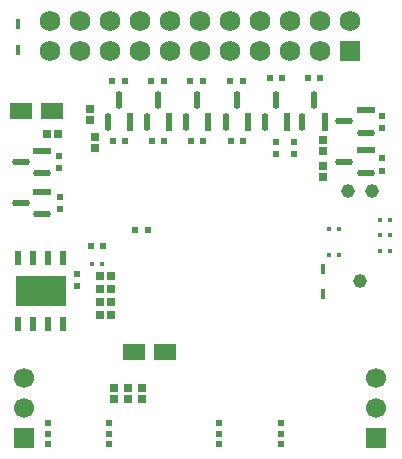
<source format=gbs>
G04*
G04 #@! TF.GenerationSoftware,Altium Limited,Altium Designer,22.9.1 (49)*
G04*
G04 Layer_Color=16711935*
%FSLAX44Y44*%
%MOMM*%
G71*
G04*
G04 #@! TF.SameCoordinates,160F3373-32AC-4E58-B31D-FCE43EB9D5FB*
G04*
G04*
G04 #@! TF.FilePolarity,Negative*
G04*
G01*
G75*
%ADD21R,0.6000X0.6000*%
%ADD23R,0.4064X0.8636*%
%ADD30R,0.4600X0.3500*%
%ADD36C,1.1668*%
%ADD37C,1.7500*%
%ADD38R,1.7500X1.7500*%
%ADD39R,1.7000X1.7000*%
%ADD40C,1.7000*%
%ADD41C,0.6080*%
G04:AMPARAMS|DCode=52|XSize=1.5242mm|YSize=0.578mm|CornerRadius=0.289mm|HoleSize=0mm|Usage=FLASHONLY|Rotation=180.000|XOffset=0mm|YOffset=0mm|HoleType=Round|Shape=RoundedRectangle|*
%AMROUNDEDRECTD52*
21,1,1.5242,0.0000,0,0,180.0*
21,1,0.9463,0.5780,0,0,180.0*
1,1,0.5780,-0.4731,0.0000*
1,1,0.5780,0.4731,0.0000*
1,1,0.5780,0.4731,0.0000*
1,1,0.5780,-0.4731,0.0000*
%
%ADD52ROUNDEDRECTD52*%
%ADD53R,1.5242X0.5780*%
%ADD54R,0.6000X0.6000*%
%ADD57R,0.5780X1.5242*%
G04:AMPARAMS|DCode=58|XSize=1.5242mm|YSize=0.578mm|CornerRadius=0.289mm|HoleSize=0mm|Usage=FLASHONLY|Rotation=90.000|XOffset=0mm|YOffset=0mm|HoleType=Round|Shape=RoundedRectangle|*
%AMROUNDEDRECTD58*
21,1,1.5242,0.0000,0,0,90.0*
21,1,0.9463,0.5780,0,0,90.0*
1,1,0.5780,0.0000,0.4731*
1,1,0.5780,0.0000,-0.4731*
1,1,0.5780,0.0000,-0.4731*
1,1,0.5780,0.0000,0.4731*
%
%ADD58ROUNDEDRECTD58*%
%ADD60R,0.7000X0.7000*%
%ADD61R,0.7000X0.7000*%
%ADD62R,4.2000X2.5000*%
%ADD63R,0.5500X1.2000*%
%ADD64R,1.9000X1.3500*%
D21*
X51000Y262250D02*
D03*
Y251750D02*
D03*
X52000Y227750D02*
D03*
Y217250D02*
D03*
X325000Y296250D02*
D03*
Y285750D02*
D03*
Y260250D02*
D03*
Y249750D02*
D03*
X67000Y152000D02*
D03*
Y162500D02*
D03*
X235000Y263750D02*
D03*
Y274250D02*
D03*
X250000Y263750D02*
D03*
Y274250D02*
D03*
D23*
X275000Y166590D02*
D03*
Y145000D02*
D03*
X17000Y352205D02*
D03*
Y373795D02*
D03*
D30*
X323000Y195000D02*
D03*
X331400D02*
D03*
X323000Y208000D02*
D03*
X331400D02*
D03*
X288000Y200399D02*
D03*
X279600D02*
D03*
X288000Y178000D02*
D03*
X279600D02*
D03*
X322800Y182000D02*
D03*
X331200D02*
D03*
X79000Y171000D02*
D03*
X87400D02*
D03*
D36*
X316500Y232800D02*
D03*
X296200D02*
D03*
X306350Y156600D02*
D03*
D37*
X94800Y376700D02*
D03*
Y351300D02*
D03*
X145600Y376700D02*
D03*
Y351300D02*
D03*
X221800Y376700D02*
D03*
Y351300D02*
D03*
X247200Y376700D02*
D03*
Y351300D02*
D03*
X298000Y376700D02*
D03*
X272600Y351300D02*
D03*
Y376700D02*
D03*
X196400Y351300D02*
D03*
Y376700D02*
D03*
X171000Y351300D02*
D03*
Y376700D02*
D03*
X120200Y351300D02*
D03*
Y376700D02*
D03*
X69400Y351300D02*
D03*
X44000D02*
D03*
X69400Y376700D02*
D03*
X44000D02*
D03*
D38*
X298000Y351300D02*
D03*
D39*
X22000Y23600D02*
D03*
X320000D02*
D03*
D40*
X22000Y49000D02*
D03*
Y74400D02*
D03*
X320000Y49000D02*
D03*
Y74400D02*
D03*
D41*
X187000Y18000D02*
D03*
X94000D02*
D03*
Y27000D02*
D03*
Y36000D02*
D03*
X187000Y27000D02*
D03*
Y36000D02*
D03*
X239000Y18000D02*
D03*
Y27000D02*
D03*
Y36000D02*
D03*
X42000Y18000D02*
D03*
Y27000D02*
D03*
Y36000D02*
D03*
D52*
X292796Y291500D02*
D03*
X311000Y282000D02*
D03*
X37102Y247500D02*
D03*
X18898Y257000D02*
D03*
X37102Y213000D02*
D03*
X18898Y222500D02*
D03*
X311000Y248000D02*
D03*
X292796Y257500D02*
D03*
D53*
X311000Y301000D02*
D03*
X37102Y266500D02*
D03*
Y232000D02*
D03*
X311000Y267000D02*
D03*
D54*
X229750Y328000D02*
D03*
X240250D02*
D03*
X261750Y328000D02*
D03*
X272250D02*
D03*
X207250Y275000D02*
D03*
X196750D02*
D03*
X196500Y326000D02*
D03*
X207000D02*
D03*
X173250Y275000D02*
D03*
X162750D02*
D03*
X162500Y326000D02*
D03*
X173000D02*
D03*
X140250Y275000D02*
D03*
X129750D02*
D03*
X129500Y326000D02*
D03*
X140000D02*
D03*
X107250Y275000D02*
D03*
X96750D02*
D03*
X96500Y326000D02*
D03*
X107000D02*
D03*
X116000Y200000D02*
D03*
X126500D02*
D03*
X89000Y186000D02*
D03*
X78500D02*
D03*
D57*
X211500Y291398D02*
D03*
X177500D02*
D03*
X144500D02*
D03*
X111500D02*
D03*
X244500D02*
D03*
X276500D02*
D03*
D58*
X192500D02*
D03*
X202000Y309602D02*
D03*
X158500Y291398D02*
D03*
X168000Y309602D02*
D03*
X125500Y291398D02*
D03*
X135000Y309602D02*
D03*
X92500Y291398D02*
D03*
X102000Y309602D02*
D03*
X225500Y291398D02*
D03*
X235000Y309602D02*
D03*
X257500Y291398D02*
D03*
X267000Y309602D02*
D03*
D60*
X122000Y65700D02*
D03*
Y56100D02*
D03*
X78000Y292300D02*
D03*
Y301900D02*
D03*
X82000Y268900D02*
D03*
Y278500D02*
D03*
X110000Y66100D02*
D03*
Y56500D02*
D03*
X275000Y266200D02*
D03*
Y275800D02*
D03*
Y253800D02*
D03*
Y244200D02*
D03*
X98000Y56500D02*
D03*
Y66100D02*
D03*
D61*
X50500Y281000D02*
D03*
X40900D02*
D03*
X95500Y161000D02*
D03*
X85900D02*
D03*
X85900Y139000D02*
D03*
X95500D02*
D03*
Y128000D02*
D03*
X85900D02*
D03*
X85900Y150000D02*
D03*
X95500D02*
D03*
D62*
X36000Y148000D02*
D03*
D63*
X55050Y176000D02*
D03*
X42350D02*
D03*
X29650D02*
D03*
X16950D02*
D03*
Y120000D02*
D03*
X29650D02*
D03*
X42350D02*
D03*
X55050D02*
D03*
D64*
X19000Y300000D02*
D03*
X45000D02*
D03*
X141000Y96000D02*
D03*
X115000D02*
D03*
M02*

</source>
